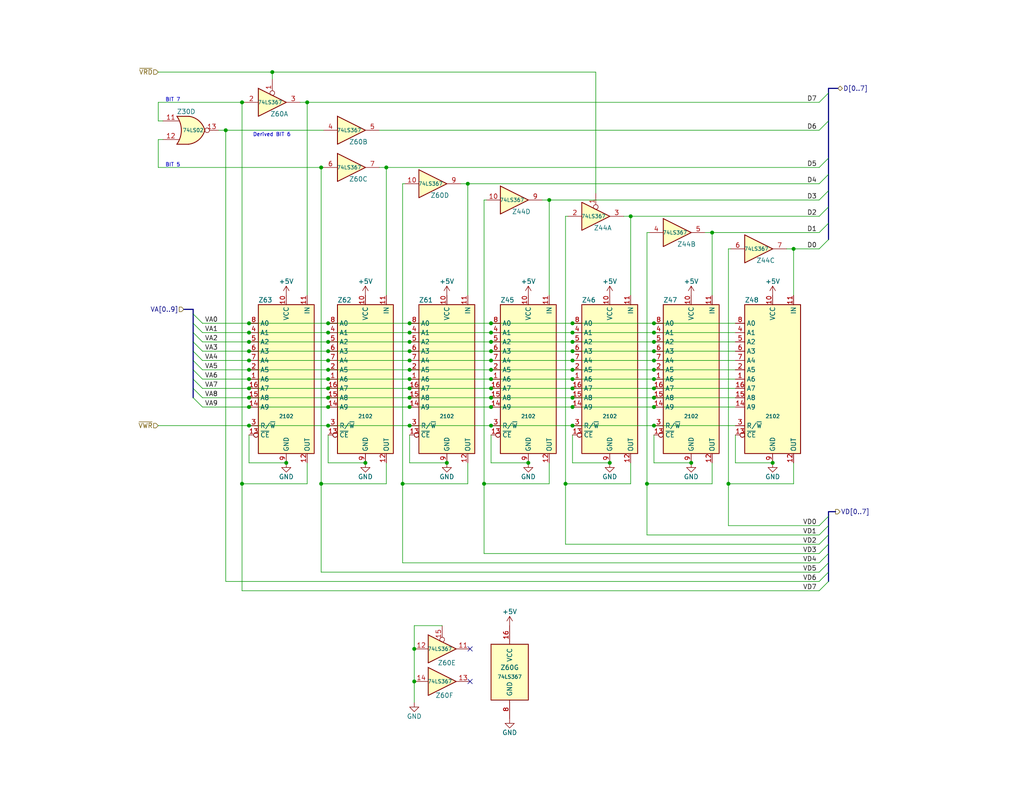
<source format=kicad_sch>
(kicad_sch (version 20230121) (generator eeschema)
  (paper "USLetter")
  (title_block (title "TRS-80 Model I") (date "2023-10-24") (rev "G") (company "RetroStack - Marcel Erz") (comment 2 "Video RAM circuit with data-bus gating & bit-6 recovery") (comment 4 "Video RAM & Gating"))
  (lib_symbols
    (symbol "2102_1"
      (property "Reference" "U" (at 0 0 0))
      (property "Value" "2102" (at 0 0 0))
      (property "Footprint" "Package_DIP:DIP-16_W7.62mm" (at 0 0 0))
      (symbol "2102_1_1_1"
        (rectangle (start -7.62 -4.445) (end 7.62 -45.085) (stroke (width 0.254)) (fill (type background)))
        (pin input line (at -10.16 -24.765 0) (length 2.54) (name "A6") (number "1"))
        (pin power_in line (at 0 -1.905 270) (length 2.54) (name "VCC") (number "10"))
        (pin input line (at 5.715 -1.905 270) (length 2.54) (name "IN") (number "11"))
        (pin tri_state line (at 5.715 -47.625 90) (length 2.54) (name "OUT") (number "12"))
        (pin input inverted (at -10.16 -40.005 0) (length 2.54) (name "~{CE}") (number "13"))
        (pin input line (at -10.16 -32.385 0) (length 2.54) (name "A9") (number "14"))
        (pin input line (at -10.16 -29.845 0) (length 2.54) (name "A8") (number "15"))
        (pin input line (at -10.16 -27.305 0) (length 2.54) (name "A7") (number "16"))
        (pin input line (at -10.16 -22.225 0) (length 2.54) (name "A5") (number "2"))
        (pin input line (at -10.16 -37.465 0) (length 2.54) (name "R/~{W}") (number "3"))
        (pin input line (at -10.16 -12.065 0) (length 2.54) (name "A1") (number "4"))
        (pin input line (at -10.16 -14.605 0) (length 2.54) (name "A2") (number "5"))
        (pin input line (at -10.16 -17.145 0) (length 2.54) (name "A3") (number "6"))
        (pin input line (at -10.16 -19.685 0) (length 2.54) (name "A4") (number "7"))
        (pin input line (at -10.16 -9.525 0) (length 2.54) (name "A0") (number "8"))
        (pin power_in line (at 0 -47.625 90) (length 2.54) (name "GND") (number "9"))
      )
    )
    (symbol "2102_2"
      (property "Reference" "U" (at 0 0 0))
      (property "Value" "2102" (at 0 0 0))
      (property "Footprint" "Package_DIP:DIP-16_W7.62mm" (at 0 0 0))
      (symbol "2102_2_1_1"
        (rectangle (start -7.62 -4.445) (end 7.62 -45.085) (stroke (width 0.254)) (fill (type background)))
        (pin input line (at -10.16 -24.765 0) (length 2.54) (name "A6") (number "1"))
        (pin power_in line (at 0 -1.905 270) (length 2.54) (name "VCC") (number "10"))
        (pin input line (at 5.715 -1.905 270) (length 2.54) (name "IN") (number "11"))
        (pin tri_state line (at 5.715 -47.625 90) (length 2.54) (name "OUT") (number "12"))
        (pin input inverted (at -10.16 -40.005 0) (length 2.54) (name "~{CE}") (number "13"))
        (pin input line (at -10.16 -32.385 0) (length 2.54) (name "A9") (number "14"))
        (pin input line (at -10.16 -29.845 0) (length 2.54) (name "A8") (number "15"))
        (pin input line (at -10.16 -27.305 0) (length 2.54) (name "A7") (number "16"))
        (pin input line (at -10.16 -22.225 0) (length 2.54) (name "A5") (number "2"))
        (pin input line (at -10.16 -37.465 0) (length 2.54) (name "R/~{W}") (number "3"))
        (pin input line (at -10.16 -12.065 0) (length 2.54) (name "A1") (number "4"))
        (pin input line (at -10.16 -14.605 0) (length 2.54) (name "A2") (number "5"))
        (pin input line (at -10.16 -17.145 0) (length 2.54) (name "A3") (number "6"))
        (pin input line (at -10.16 -19.685 0) (length 2.54) (name "A4") (number "7"))
        (pin input line (at -10.16 -9.525 0) (length 2.54) (name "A0") (number "8"))
        (pin power_in line (at 0 -47.625 90) (length 2.54) (name "GND") (number "9"))
      )
    )
    (symbol "2102_3"
      (property "Reference" "U" (at 0 0 0))
      (property "Value" "2102" (at 0 0 0))
      (property "Footprint" "Package_DIP:DIP-16_W7.62mm" (at 0 0 0))
      (symbol "2102_3_1_1"
        (rectangle (start -7.62 -4.445) (end 7.62 -45.085) (stroke (width 0.254)) (fill (type background)))
        (pin input line (at -10.16 -24.765 0) (length 2.54) (name "A6") (number "1"))
        (pin power_in line (at 0 -1.905 270) (length 2.54) (name "VCC") (number "10"))
        (pin input line (at 5.715 -1.905 270) (length 2.54) (name "IN") (number "11"))
        (pin tri_state line (at 5.715 -47.625 90) (length 2.54) (name "OUT") (number "12"))
        (pin input inverted (at -10.16 -40.005 0) (length 2.54) (name "~{CE}") (number "13"))
        (pin input line (at -10.16 -32.385 0) (length 2.54) (name "A9") (number "14"))
        (pin input line (at -10.16 -29.845 0) (length 2.54) (name "A8") (number "15"))
        (pin input line (at -10.16 -27.305 0) (length 2.54) (name "A7") (number "16"))
        (pin input line (at -10.16 -22.225 0) (length 2.54) (name "A5") (number "2"))
        (pin input line (at -10.16 -37.465 0) (length 2.54) (name "R/~{W}") (number "3"))
        (pin input line (at -10.16 -12.065 0) (length 2.54) (name "A1") (number "4"))
        (pin input line (at -10.16 -14.605 0) (length 2.54) (name "A2") (number "5"))
        (pin input line (at -10.16 -17.145 0) (length 2.54) (name "A3") (number "6"))
        (pin input line (at -10.16 -19.685 0) (length 2.54) (name "A4") (number "7"))
        (pin input line (at -10.16 -9.525 0) (length 2.54) (name "A0") (number "8"))
        (pin power_in line (at 0 -47.625 90) (length 2.54) (name "GND") (number "9"))
      )
    )
    (symbol "2102_4"
      (property "Reference" "U" (at 0 0 0))
      (property "Value" "2102" (at 0 0 0))
      (property "Footprint" "Package_DIP:DIP-16_W7.62mm" (at 0 0 0))
      (symbol "2102_4_1_1"
        (rectangle (start -7.62 -4.445) (end 7.62 -45.085) (stroke (width 0.254)) (fill (type background)))
        (pin input line (at -10.16 -24.765 0) (length 2.54) (name "A6") (number "1"))
        (pin power_in line (at 0 -1.905 270) (length 2.54) (name "VCC") (number "10"))
        (pin input line (at 5.715 -1.905 270) (length 2.54) (name "IN") (number "11"))
        (pin tri_state line (at 5.715 -47.625 90) (length 2.54) (name "OUT") (number "12"))
        (pin input inverted (at -10.16 -40.005 0) (length 2.54) (name "~{CE}") (number "13"))
        (pin input line (at -10.16 -32.385 0) (length 2.54) (name "A9") (number "14"))
        (pin input line (at -10.16 -29.845 0) (length 2.54) (name "A8") (number "15"))
        (pin input line (at -10.16 -27.305 0) (length 2.54) (name "A7") (number "16"))
        (pin input line (at -10.16 -22.225 0) (length 2.54) (name "A5") (number "2"))
        (pin input line (at -10.16 -37.465 0) (length 2.54) (name "R/~{W}") (number "3"))
        (pin input line (at -10.16 -12.065 0) (length 2.54) (name "A1") (number "4"))
        (pin input line (at -10.16 -14.605 0) (length 2.54) (name "A2") (number "5"))
        (pin input line (at -10.16 -17.145 0) (length 2.54) (name "A3") (number "6"))
        (pin input line (at -10.16 -19.685 0) (length 2.54) (name "A4") (number "7"))
        (pin input line (at -10.16 -9.525 0) (length 2.54) (name "A0") (number "8"))
        (pin power_in line (at 0 -47.625 90) (length 2.54) (name "GND") (number "9"))
      )
    )
    (symbol "2102_5"
      (property "Reference" "U" (at 0 0 0))
      (property "Value" "2102" (at 0 0 0))
      (property "Footprint" "Package_DIP:DIP-16_W7.62mm" (at 0 0 0))
      (symbol "2102_5_1_1"
        (rectangle (start -7.62 -4.445) (end 7.62 -45.085) (stroke (width 0.254)) (fill (type background)))
        (pin input line (at -10.16 -24.765 0) (length 2.54) (name "A6") (number "1"))
        (pin power_in line (at 0 -1.905 270) (length 2.54) (name "VCC") (number "10"))
        (pin input line (at 5.715 -1.905 270) (length 2.54) (name "IN") (number "11"))
        (pin tri_state line (at 5.715 -47.625 90) (length 2.54) (name "OUT") (number "12"))
        (pin input inverted (at -10.16 -40.005 0) (length 2.54) (name "~{CE}") (number "13"))
        (pin input line (at -10.16 -32.385 0) (length 2.54) (name "A9") (number "14"))
        (pin input line (at -10.16 -29.845 0) (length 2.54) (name "A8") (number "15"))
        (pin input line (at -10.16 -27.305 0) (length 2.54) (name "A7") (number "16"))
        (pin input line (at -10.16 -22.225 0) (length 2.54) (name "A5") (number "2"))
        (pin input line (at -10.16 -37.465 0) (length 2.54) (name "R/~{W}") (number "3"))
        (pin input line (at -10.16 -12.065 0) (length 2.54) (name "A1") (number "4"))
        (pin input line (at -10.16 -14.605 0) (length 2.54) (name "A2") (number "5"))
        (pin input line (at -10.16 -17.145 0) (length 2.54) (name "A3") (number "6"))
        (pin input line (at -10.16 -19.685 0) (length 2.54) (name "A4") (number "7"))
        (pin input line (at -10.16 -9.525 0) (length 2.54) (name "A0") (number "8"))
        (pin power_in line (at 0 -47.625 90) (length 2.54) (name "GND") (number "9"))
      )
    )
    (symbol "2102_6"
      (property "Reference" "U" (at 0 0 0))
      (property "Value" "2102" (at 0 0 0))
      (property "Footprint" "Package_DIP:DIP-16_W7.62mm" (at 0 0 0))
      (symbol "2102_6_1_1"
        (rectangle (start -7.62 -4.445) (end 7.62 -45.085) (stroke (width 0.254)) (fill (type background)))
        (pin input line (at -10.16 -24.765 0) (length 2.54) (name "A6") (number "1"))
        (pin power_in line (at 0 -1.905 270) (length 2.54) (name "VCC") (number "10"))
        (pin input line (at 5.715 -1.905 270) (length 2.54) (name "IN") (number "11"))
        (pin tri_state line (at 5.715 -47.625 90) (length 2.54) (name "OUT") (number "12"))
        (pin input inverted (at -10.16 -40.005 0) (length 2.54) (name "~{CE}") (number "13"))
        (pin input line (at -10.16 -32.385 0) (length 2.54) (name "A9") (number "14"))
        (pin input line (at -10.16 -29.845 0) (length 2.54) (name "A8") (number "15"))
        (pin input line (at -10.16 -27.305 0) (length 2.54) (name "A7") (number "16"))
        (pin input line (at -10.16 -22.225 0) (length 2.54) (name "A5") (number "2"))
        (pin input line (at -10.16 -37.465 0) (length 2.54) (name "R/~{W}") (number "3"))
        (pin input line (at -10.16 -12.065 0) (length 2.54) (name "A1") (number "4"))
        (pin input line (at -10.16 -14.605 0) (length 2.54) (name "A2") (number "5"))
        (pin input line (at -10.16 -17.145 0) (length 2.54) (name "A3") (number "6"))
        (pin input line (at -10.16 -19.685 0) (length 2.54) (name "A4") (number "7"))
        (pin input line (at -10.16 -9.525 0) (length 2.54) (name "A0") (number "8"))
        (pin power_in line (at 0 -47.625 90) (length 2.54) (name "GND") (number "9"))
      )
    )
    (symbol "74xx:74LS02" (pin_names (offset 1.016))
      (property "Reference" "U" (at 0 1.27 0))
      (property "Value" "74LS02" (at 0 -1.27 0))
      (symbol "74LS02_1_1"
        (arc (start -3.81 -3.81) (mid -2.589 0) (end -3.81 3.81) (stroke (width 0.254)))
        (arc (start -0.6096 -3.81) (mid 2.1842 -2.5851) (end 3.81 0) (stroke (width 0.254)) (fill (type background)))
        (polyline (pts (xy -3.81 -3.81) (xy -0.635 -3.81)) (stroke (width 0.254)) (fill (type background)))
        (polyline (pts (xy -3.81 3.81) (xy -0.635 3.81)) (stroke (width 0.254)) (fill (type background)))
        (polyline (pts (xy -0.635 3.81) (xy -3.81 3.81) (xy -3.81 3.81) (xy -3.556 3.4036) (xy -3.0226 2.2606) (xy -2.6924 1.0414) (xy -2.6162 -0.254) (xy -2.7686 -1.4986) (xy -3.175 -2.7178) (xy -3.81 -3.81) (xy -3.81 -3.81) (xy -0.635 -3.81)) (stroke (width -25.4)) (fill (type background)))
        (arc (start 3.81 0) (mid 2.1915 2.5936) (end -0.6096 3.81) (stroke (width 0.254)) (fill (type background)))
        (pin output inverted (at 7.62 0 180) (length 3.81) (name "~") (number "1"))
        (pin input line (at -7.62 2.54 0) (length 4.318) (name "~") (number "2"))
        (pin input line (at -7.62 -2.54 0) (length 4.318) (name "~") (number "3"))
      )
      (symbol "74LS02_1_2"
        (arc (start 0 -3.81) (mid 3.7934 0) (end 0 3.81) (stroke (width 0.254)) (fill (type background)))
        (polyline (pts (xy 0 3.81) (xy -3.81 3.81) (xy -3.81 -3.81) (xy 0 -3.81)) (stroke (width 0.254)) (fill (type background)))
        (pin output line (at 7.62 0 180) (length 3.81) (name "~") (number "1"))
        (pin input inverted (at -7.62 2.54 0) (length 3.81) (name "~") (number "2"))
        (pin input inverted (at -7.62 -2.54 0) (length 3.81) (name "~") (number "3"))
      )
      (symbol "74LS02_2_1"
        (arc (start -3.81 -3.81) (mid -2.589 0) (end -3.81 3.81) (stroke (width 0.254)))
        (arc (start -0.6096 -3.81) (mid 2.1842 -2.5851) (end 3.81 0) (stroke (width 0.254)) (fill (type background)))
        (polyline (pts (xy -3.81 -3.81) (xy -0.635 -3.81)) (stroke (width 0.254)) (fill (type background)))
        (polyline (pts (xy -3.81 3.81) (xy -0.635 3.81)) (stroke (width 0.254)) (fill (type background)))
        (polyline (pts (xy -0.635 3.81) (xy -3.81 3.81) (xy -3.81 3.81) (xy -3.556 3.4036) (xy -3.0226 2.2606) (xy -2.6924 1.0414) (xy -2.6162 -0.254) (xy -2.7686 -1.4986) (xy -3.175 -2.7178) (xy -3.81 -3.81) (xy -3.81 -3.81) (xy -0.635 -3.81)) (stroke (width -25.4)) (fill (type background)))
        (arc (start 3.81 0) (mid 2.1915 2.5936) (end -0.6096 3.81) (stroke (width 0.254)) (fill (type background)))
        (pin output inverted (at 7.62 0 180) (length 3.81) (name "~") (number "4"))
        (pin input line (at -7.62 2.54 0) (length 4.318) (name "~") (number "5"))
        (pin input line (at -7.62 -2.54 0) (length 4.318) (name "~") (number "6"))
      )
      (symbol "74LS02_2_2"
        (arc (start 0 -3.81) (mid 3.7934 0) (end 0 3.81) (stroke (width 0.254)) (fill (type background)))
        (polyline (pts (xy 0 3.81) (xy -3.81 3.81) (xy -3.81 -3.81) (xy 0 -3.81)) (stroke (width 0.254)) (fill (type background)))
        (pin output line (at 7.62 0 180) (length 3.81) (name "~") (number "4"))
        (pin input inverted (at -7.62 2.54 0) (length 3.81) (name "~") (number "5"))
        (pin input inverted (at -7.62 -2.54 0) (length 3.81) (name "~") (number "6"))
      )
      (symbol "74LS02_3_1"
        (arc (start -3.81 -3.81) (mid -2.589 0) (end -3.81 3.81) (stroke (width 0.254)))
        (arc (start -0.6096 -3.81) (mid 2.1842 -2.5851) (end 3.81 0) (stroke (width 0.254)) (fill (type background)))
        (polyline (pts (xy -3.81 -3.81) (xy -0.635 -3.81)) (stroke (width 0.254)) (fill (type background)))
        (polyline (pts (xy -3.81 3.81) (xy -0.635 3.81)) (stroke (width 0.254)) (fill (type background)))
        (polyline (pts (xy -0.635 3.81) (xy -3.81 3.81) (xy -3.81 3.81) (xy -3.556 3.4036) (xy -3.0226 2.2606) (xy -2.6924 1.0414) (xy -2.6162 -0.254) (xy -2.7686 -1.4986) (xy -3.175 -2.7178) (xy -3.81 -3.81) (xy -3.81 -3.81) (xy -0.635 -3.81)) (stroke (width -25.4)) (fill (type background)))
        (arc (start 3.81 0) (mid 2.1915 2.5936) (end -0.6096 3.81) (stroke (width 0.254)) (fill (type background)))
        (pin output inverted (at 7.62 0 180) (length 3.81) (name "~") (number "10"))
        (pin input line (at -7.62 2.54 0) (length 4.318) (name "~") (number "8"))
        (pin input line (at -7.62 -2.54 0) (length 4.318) (name "~") (number "9"))
      )
      (symbol "74LS02_3_2"
        (arc (start 0 -3.81) (mid 3.7934 0) (end 0 3.81) (stroke (width 0.254)) (fill (type background)))
        (polyline (pts (xy 0 3.81) (xy -3.81 3.81) (xy -3.81 -3.81) (xy 0 -3.81)) (stroke (width 0.254)) (fill (type background)))
        (pin output line (at 7.62 0 180) (length 3.81) (name "~") (number "10"))
        (pin input inverted (at -7.62 2.54 0) (length 3.81) (name "~") (number "8"))
        (pin input inverted (at -7.62 -2.54 0) (length 3.81) (name "~") (number "9"))
      )
      (symbol "74LS02_4_1"
        (arc (start -3.81 -3.81) (mid -2.589 0) (end -3.81 3.81) (stroke (width 0.254)))
        (arc (start -0.6096 -3.81) (mid 2.1842 -2.5851) (end 3.81 0) (stroke (width 0.254)) (fill (type background)))
        (polyline (pts (xy -3.81 -3.81) (xy -0.635 -3.81)) (stroke (width 0.254)) (fill (type background)))
        (polyline (pts (xy -3.81 3.81) (xy -0.635 3.81)) (stroke (width 0.254)) (fill (type background)))
        (polyline (pts (xy -0.635 3.81) (xy -3.81 3.81) (xy -3.81 3.81) (xy -3.556 3.4036) (xy -3.0226 2.2606) (xy -2.6924 1.0414) (xy -2.6162 -0.254) (xy -2.7686 -1.4986) (xy -3.175 -2.7178) (xy -3.81 -3.81) (xy -3.81 -3.81) (xy -0.635 -3.81)) (stroke (width -25.4)) (fill (type background)))
        (arc (start 3.81 0) (mid 2.1915 2.5936) (end -0.6096 3.81) (stroke (width 0.254)) (fill (type background)))
        (pin input line (at -7.62 2.54 0) (length 4.318) (name "~") (number "11"))
        (pin input line (at -7.62 -2.54 0) (length 4.318) (name "~") (number "12"))
        (pin output inverted (at 7.62 0 180) (length 3.81) (name "~") (number "13"))
      )
      (symbol "74LS02_4_2"
        (arc (start 0 -3.81) (mid 3.7934 0) (end 0 3.81) (stroke (width 0.254)) (fill (type background)))
        (polyline (pts (xy 0 3.81) (xy -3.81 3.81) (xy -3.81 -3.81) (xy 0 -3.81)) (stroke (width 0.254)) (fill (type background)))
        (pin input inverted (at -7.62 2.54 0) (length 3.81) (name "~") (number "11"))
        (pin input inverted (at -7.62 -2.54 0) (length 3.81) (name "~") (number "12"))
        (pin output line (at 7.62 0 180) (length 3.81) (name "~") (number "13"))
      )
      (symbol "74LS02_5_0"
        (pin power_in line (at 0 12.7 270) (length 5.08) (name "VCC") (number "14"))
        (pin power_in line (at 0 -12.7 90) (length 5.08) (name "GND") (number "7"))
      )
      (symbol "74LS02_5_1"
        (rectangle (start -5.08 7.62) (end 5.08 -7.62) (stroke (width 0.254)) (fill (type background)))
      )
    )
    (symbol "RetroStackLibrary:2102"
      (property "Reference" "U" (at 0 0 0))
      (property "Value" "2102" (at 0 0 0))
      (property "Footprint" "Package_DIP:DIP-16_W7.62mm" (at 0 0 0))
      (symbol "2102_1_1"
        (rectangle (start -7.62 -4.445) (end 7.62 -45.085) (stroke (width 0.254)) (fill (type background)))
        (pin input line (at -10.16 -24.765 0) (length 2.54) (name "A6") (number "1"))
        (pin power_in line (at 0 -1.905 270) (length 2.54) (name "VCC") (number "10"))
        (pin input line (at 5.715 -1.905 270) (length 2.54) (name "IN") (number "11"))
        (pin tri_state line (at 5.715 -47.625 90) (length 2.54) (name "OUT") (number "12"))
        (pin input inverted (at -10.16 -40.005 0) (length 2.54) (name "~{CE}") (number "13"))
        (pin input line (at -10.16 -32.385 0) (length 2.54) (name "A9") (number "14"))
        (pin input line (at -10.16 -29.845 0) (length 2.54) (name "A8") (number "15"))
        (pin input line (at -10.16 -27.305 0) (length 2.54) (name "A7") (number "16"))
        (pin input line (at -10.16 -22.225 0) (length 2.54) (name "A5") (number "2"))
        (pin input line (at -10.16 -37.465 0) (length 2.54) (name "R/~{W}") (number "3"))
        (pin input line (at -10.16 -12.065 0) (length 2.54) (name "A1") (number "4"))
        (pin input line (at -10.16 -14.605 0) (length 2.54) (name "A2") (number "5"))
        (pin input line (at -10.16 -17.145 0) (length 2.54) (name "A3") (number "6"))
        (pin input line (at -10.16 -19.685 0) (length 2.54) (name "A4") (number "7"))
        (pin input line (at -10.16 -9.525 0) (length 2.54) (name "A0") (number "8"))
        (pin power_in line (at 0 -47.625 90) (length 2.54) (name "GND") (number "9"))
      )
    )
    (symbol "RetroStackLibrary:74LS367_Split" (pin_names (offset 1.016))
      (property "Reference" "U" (at 0 1.27 0))
      (property "Value" "74LS367" (at 0 -1.27 0))
      (symbol "74LS367_Split_1_0"
        (polyline (pts (xy -3.81 3.81) (xy -3.81 -3.81) (xy 3.81 0) (xy -3.81 3.81)) (stroke (width 0.254)) (fill (type background)))
        (pin input inverted (at 0 6.35 270) (length 4.445) (name "~") (number "1"))
        (pin input line (at -7.62 0 0) (length 3.81) (name "~") (number "2"))
        (pin tri_state line (at 7.62 0 180) (length 3.81) (name "~") (number "3"))
      )
      (symbol "74LS367_Split_2_0"
        (polyline (pts (xy -3.81 3.81) (xy -3.81 -3.81) (xy 3.81 0) (xy -3.81 3.81)) (stroke (width 0.254)) (fill (type background)))
        (pin input line (at -7.62 0 0) (length 3.81) (name "~") (number "4"))
        (pin tri_state line (at 7.62 0 180) (length 3.81) (name "~") (number "5"))
      )
      (symbol "74LS367_Split_3_0"
        (polyline (pts (xy -3.81 3.81) (xy -3.81 -3.81) (xy 3.81 0) (xy -3.81 3.81)) (stroke (width 0.254)) (fill (type background)))
        (pin input line (at -7.62 0 0) (length 3.81) (name "~") (number "6"))
        (pin tri_state line (at 7.62 0 180) (length 3.81) (name "~") (number "7"))
      )
      (symbol "74LS367_Split_4_0"
        (polyline (pts (xy -3.81 3.81) (xy -3.81 -3.81) (xy 3.81 0) (xy -3.81 3.81)) (stroke (width 0.254)) (fill (type background)))
        (pin input line (at -7.62 0 0) (length 3.81) (name "~") (number "10"))
        (pin tri_state line (at 7.62 0 180) (length 3.81) (name "~") (number "9"))
      )
      (symbol "74LS367_Split_5_0"
        (polyline (pts (xy -3.175 -2.54) (xy -3.175 -10.16) (xy 4.445 -6.35) (xy -3.175 -2.54)) (stroke (width 0.254)) (fill (type background)))
        (pin tri_state line (at 8.255 -6.35 180) (length 3.81) (name "~") (number "11"))
        (pin input line (at -6.985 -6.35 0) (length 3.81) (name "~") (number "12"))
        (pin input inverted (at 0.635 0 270) (length 4.445) (name "~") (number "15"))
      )
      (symbol "74LS367_Split_6_0"
        (polyline (pts (xy -3.81 3.81) (xy -3.81 -3.81) (xy 3.81 0) (xy -3.81 3.81)) (stroke (width 0.254)) (fill (type background)))
        (pin tri_state line (at 7.62 0 180) (length 3.81) (name "~") (number "13"))
        (pin input line (at -7.62 0 0) (length 3.81) (name "~") (number "14"))
      )
      (symbol "74LS367_Split_7_0"
        (pin power_in line (at 0 1.905 270) (length 5.08) (name "VCC") (number "16"))
        (pin power_in line (at 0 -23.495 90) (length 5.08) (name "GND") (number "8"))
      )
      (symbol "74LS367_Split_7_1"
        (rectangle (start -5.08 -3.175) (end 5.08 -18.415) (stroke (width 0.254)) (fill (type background)))
      )
    )
    (symbol "power:+5V" (power) (pin_names (offset 0))
      (property "Value" "+5V" (at 0 3.556 0))
      (symbol "+5V_0_1"
        (polyline (pts (xy -0.762 1.27) (xy 0 2.54)))
        (polyline (pts (xy 0 0) (xy 0 2.54)))
        (polyline (pts (xy 0 2.54) (xy 0.762 1.27)))
      )
      (symbol "+5V_1_1"
        (pin power_in line (at 0 0 90) (length 0) hide (name "+5V") (number "1"))
      )
    )
    (symbol "power:GND" (power) (pin_names (offset 0))
      (property "Value" "GND" (at 0 -3.81 0))
      (symbol "GND_0_1"
        (polyline (pts (xy 0 0) (xy 0 -1.27) (xy 1.27 -1.27) (xy 0 -2.54) (xy -1.27 -1.27) (xy 0 -1.27)))
      )
      (symbol "GND_1_1"
        (pin power_in line (at 0 0 270) (length 0) hide (name "GND") (number "1"))
      )
    )
  )
  (junction (at 156.21 116.205))
  (junction (at 111.76 93.345))
  (junction (at 133.985 98.425))
  (junction (at 216.535 67.945))
  (junction (at 89.535 93.345))
  (junction (at 156.21 88.265))
  (junction (at 121.92 126.365))
  (junction (at 132.08 132.08))
  (junction (at 156.21 90.805))
  (junction (at 67.945 103.505))
  (junction (at 89.535 106.045))
  (junction (at 78.105 126.365))
  (junction (at 67.945 88.265))
  (junction (at 111.76 100.965))
  (junction (at 133.985 106.045))
  (junction (at 149.86 54.61))
  (junction (at 89.535 103.505))
  (junction (at 99.695 126.365))
  (junction (at 156.21 95.885))
  (junction (at 87.63 45.72))
  (junction (at 178.435 93.345))
  (junction (at 111.76 103.505))
  (junction (at 109.855 132.08))
  (junction (at 188.595 126.365))
  (junction (at 67.945 106.045))
  (junction (at 67.945 108.585))
  (junction (at 89.535 98.425))
  (junction (at 83.82 27.94))
  (junction (at 178.435 116.205))
  (junction (at 210.82 126.365))
  (junction (at 156.21 108.585))
  (junction (at 89.535 88.265))
  (junction (at 133.985 108.585))
  (junction (at 105.41 45.72))
  (junction (at 133.985 95.885))
  (junction (at 89.535 100.965))
  (junction (at 89.535 108.585))
  (junction (at 176.53 132.08))
  (junction (at 154.305 132.08))
  (junction (at 89.535 116.205))
  (junction (at 178.435 95.885))
  (junction (at 178.435 98.425))
  (junction (at 178.435 103.505))
  (junction (at 144.145 126.365))
  (junction (at 111.76 90.805))
  (junction (at 111.76 108.585))
  (junction (at 66.04 132.08))
  (junction (at 111.76 116.205))
  (junction (at 133.985 116.205))
  (junction (at 89.535 95.885))
  (junction (at 113.03 177.165))
  (junction (at 61.595 35.56))
  (junction (at 133.985 93.345))
  (junction (at 133.985 100.965))
  (junction (at 156.21 111.125))
  (junction (at 89.535 111.125))
  (junction (at 111.76 111.125))
  (junction (at 74.295 19.685))
  (junction (at 156.21 103.505))
  (junction (at 89.535 90.805))
  (junction (at 113.03 186.055))
  (junction (at 67.945 93.345))
  (junction (at 133.985 88.265))
  (junction (at 67.945 100.965))
  (junction (at 127.635 50.165))
  (junction (at 156.21 106.045))
  (junction (at 111.76 95.885))
  (junction (at 133.985 111.125))
  (junction (at 67.945 98.425))
  (junction (at 156.21 98.425))
  (junction (at 178.435 111.125))
  (junction (at 156.21 100.965))
  (junction (at 67.945 111.125))
  (junction (at 111.76 88.265))
  (junction (at 67.945 90.805))
  (junction (at 67.945 95.885))
  (junction (at 178.435 108.585))
  (junction (at 156.21 93.345))
  (junction (at 198.755 132.08))
  (junction (at 178.435 100.965))
  (junction (at 194.31 63.5))
  (junction (at 67.945 116.205))
  (junction (at 87.63 132.08))
  (junction (at 111.76 106.045))
  (junction (at 178.435 90.805))
  (junction (at 178.435 106.045))
  (junction (at 133.985 90.805))
  (junction (at 133.985 103.505))
  (junction (at 172.085 59.055))
  (junction (at 66.04 27.94))
  (junction (at 166.37 126.365))
  (junction (at 111.76 98.425))
  (junction (at 178.435 88.265))
  (no_connect (at 128.27 186.055))
  (no_connect (at 128.27 177.165))
  (bus_entry (at 223.52 156.21) (size 2.54 -2.54))
  (bus_entry (at 55.245 95.885) (size -2.54 -2.54))
  (bus_entry (at 55.245 93.345) (size -2.54 -2.54))
  (bus_entry (at 55.245 103.505) (size -2.54 -2.54))
  (bus_entry (at 223.52 158.75) (size 2.54 -2.54))
  (bus_entry (at 55.245 90.805) (size -2.54 -2.54))
  (bus_entry (at 55.245 98.425) (size -2.54 -2.54))
  (bus_entry (at 223.52 67.945) (size 2.54 -2.54))
  (bus_entry (at 223.52 54.61) (size 2.54 -2.54))
  (bus_entry (at 55.245 88.265) (size -2.54 -2.54))
  (bus_entry (at 223.52 50.165) (size 2.54 -2.54))
  (bus_entry (at 223.52 153.67) (size 2.54 -2.54))
  (bus_entry (at 223.52 59.055) (size 2.54 -2.54))
  (bus_entry (at 223.52 148.59) (size 2.54 -2.54))
  (bus_entry (at 55.245 111.125) (size -2.54 -2.54))
  (bus_entry (at 223.52 143.51) (size 2.54 -2.54))
  (bus_entry (at 223.52 35.56) (size 2.54 -2.54))
  (bus_entry (at 223.52 151.13) (size 2.54 -2.54))
  (bus_entry (at 223.52 161.29) (size 2.54 -2.54))
  (bus_entry (at 223.52 63.5) (size 2.54 -2.54))
  (bus_entry (at 55.245 106.045) (size -2.54 -2.54))
  (bus_entry (at 223.52 146.05) (size 2.54 -2.54))
  (bus_entry (at 223.52 45.72) (size 2.54 -2.54))
  (bus_entry (at 223.52 27.94) (size 2.54 -2.54))
  (bus_entry (at 55.245 100.965) (size -2.54 -2.54))
  (bus_entry (at 55.245 108.585) (size -2.54 -2.54))
  (wire (pts (xy 67.945 95.885) (xy 89.535 95.885)))
  (wire (pts (xy 156.21 100.965) (xy 178.435 100.965)))
  (wire (pts (xy 198.755 67.945) (xy 199.39 67.945)))
  (wire (pts (xy 178.435 106.045) (xy 200.66 106.045)))
  (wire (pts (xy 44.45 33.02) (xy 43.18 33.02)))
  (wire (pts (xy 43.18 27.94) (xy 66.04 27.94)))
  (wire (pts (xy 67.945 116.205) (xy 89.535 116.205)))
  (wire (pts (xy 66.04 161.29) (xy 223.52 161.29)))
  (wire (pts (xy 133.985 126.365) (xy 144.145 126.365)))
  (wire (pts (xy 133.985 116.205) (xy 156.21 116.205)))
  (wire (pts (xy 113.03 177.165) (xy 113.03 186.055)))
  (wire (pts (xy 178.435 100.965) (xy 200.66 100.965)))
  (wire (pts (xy 200.66 126.365) (xy 210.82 126.365)))
  (wire (pts (xy 113.03 170.815) (xy 113.03 177.165)))
  (wire (pts (xy 178.435 116.205) (xy 200.66 116.205)))
  (wire (pts (xy 149.86 54.61) (xy 223.52 54.61)))
  (wire (pts (xy 127.635 50.165) (xy 223.52 50.165)))
  (wire (pts (xy 127.635 132.08) (xy 109.855 132.08)))
  (bus (pts (xy 226.06 143.51) (xy 226.06 140.97)))
  (wire (pts (xy 109.855 153.67) (xy 223.52 153.67)))
  (wire (pts (xy 87.63 156.21) (xy 223.52 156.21)))
  (wire (pts (xy 132.08 132.08) (xy 132.08 151.13)))
  (bus (pts (xy 226.06 139.7) (xy 227.965 139.7)))
  (wire (pts (xy 43.18 19.685) (xy 74.295 19.685)))
  (wire (pts (xy 176.53 63.5) (xy 176.53 132.08)))
  (wire (pts (xy 83.82 27.94) (xy 223.52 27.94)))
  (wire (pts (xy 156.21 111.125) (xy 178.435 111.125)))
  (wire (pts (xy 172.085 59.055) (xy 223.52 59.055)))
  (wire (pts (xy 214.63 67.945) (xy 216.535 67.945)))
  (wire (pts (xy 105.41 132.08) (xy 87.63 132.08)))
  (wire (pts (xy 132.08 54.61) (xy 132.08 132.08)))
  (bus (pts (xy 226.06 47.625) (xy 226.06 43.18)))
  (wire (pts (xy 111.76 95.885) (xy 133.985 95.885)))
  (wire (pts (xy 176.53 146.05) (xy 223.52 146.05)))
  (wire (pts (xy 194.31 132.08) (xy 176.53 132.08)))
  (wire (pts (xy 55.245 106.045) (xy 67.945 106.045)))
  (wire (pts (xy 192.405 63.5) (xy 194.31 63.5)))
  (wire (pts (xy 149.86 54.61) (xy 149.86 80.645)))
  (wire (pts (xy 132.08 54.61) (xy 132.715 54.61)))
  (wire (pts (xy 67.945 108.585) (xy 89.535 108.585)))
  (wire (pts (xy 61.595 35.56) (xy 61.595 158.75)))
  (wire (pts (xy 67.945 93.345) (xy 89.535 93.345)))
  (wire (pts (xy 43.18 38.1) (xy 43.18 45.72)))
  (wire (pts (xy 133.985 118.745) (xy 133.985 126.365)))
  (wire (pts (xy 89.535 90.805) (xy 111.76 90.805)))
  (wire (pts (xy 43.18 116.205) (xy 67.945 116.205)))
  (wire (pts (xy 156.21 95.885) (xy 178.435 95.885)))
  (wire (pts (xy 156.21 116.205) (xy 178.435 116.205)))
  (wire (pts (xy 156.21 88.265) (xy 178.435 88.265)))
  (wire (pts (xy 109.855 132.08) (xy 109.855 153.67)))
  (bus (pts (xy 52.705 93.345) (xy 52.705 90.805)))
  (wire (pts (xy 89.535 88.265) (xy 111.76 88.265)))
  (bus (pts (xy 226.06 24.13) (xy 228.6 24.13)))
  (wire (pts (xy 55.245 103.505) (xy 67.945 103.505)))
  (wire (pts (xy 111.76 103.505) (xy 133.985 103.505)))
  (wire (pts (xy 172.085 59.055) (xy 172.085 80.645)))
  (wire (pts (xy 178.435 90.805) (xy 200.66 90.805)))
  (wire (pts (xy 133.985 90.805) (xy 156.21 90.805)))
  (wire (pts (xy 103.505 45.72) (xy 105.41 45.72)))
  (wire (pts (xy 111.76 98.425) (xy 133.985 98.425)))
  (wire (pts (xy 111.76 100.965) (xy 133.985 100.965)))
  (wire (pts (xy 55.245 95.885) (xy 67.945 95.885)))
  (wire (pts (xy 105.41 45.72) (xy 223.52 45.72)))
  (wire (pts (xy 109.855 50.165) (xy 109.855 132.08)))
  (wire (pts (xy 74.295 21.59) (xy 74.295 19.685)))
  (wire (pts (xy 55.245 98.425) (xy 67.945 98.425)))
  (bus (pts (xy 50.165 84.455) (xy 52.705 84.455)))
  (wire (pts (xy 89.535 98.425) (xy 111.76 98.425)))
  (wire (pts (xy 111.76 90.805) (xy 133.985 90.805)))
  (wire (pts (xy 89.535 100.965) (xy 111.76 100.965)))
  (wire (pts (xy 55.245 111.125) (xy 67.945 111.125)))
  (wire (pts (xy 156.21 93.345) (xy 178.435 93.345)))
  (wire (pts (xy 156.21 90.805) (xy 178.435 90.805)))
  (bus (pts (xy 226.06 143.51) (xy 226.06 146.05)))
  (wire (pts (xy 55.245 100.965) (xy 67.945 100.965)))
  (bus (pts (xy 52.705 100.965) (xy 52.705 98.425)))
  (wire (pts (xy 111.76 93.345) (xy 133.985 93.345)))
  (wire (pts (xy 156.21 106.045) (xy 178.435 106.045)))
  (wire (pts (xy 170.18 59.055) (xy 172.085 59.055)))
  (wire (pts (xy 87.63 45.72) (xy 87.63 132.08)))
  (wire (pts (xy 120.65 170.815) (xy 113.03 170.815)))
  (wire (pts (xy 43.18 33.02) (xy 43.18 27.94)))
  (wire (pts (xy 162.56 19.685) (xy 74.295 19.685)))
  (wire (pts (xy 67.945 88.265) (xy 89.535 88.265)))
  (wire (pts (xy 133.985 108.585) (xy 156.21 108.585)))
  (wire (pts (xy 89.535 116.205) (xy 111.76 116.205)))
  (wire (pts (xy 198.755 67.945) (xy 198.755 132.08)))
  (wire (pts (xy 67.945 103.505) (xy 89.535 103.505)))
  (wire (pts (xy 132.08 151.13) (xy 223.52 151.13)))
  (wire (pts (xy 103.505 35.56) (xy 223.52 35.56)))
  (wire (pts (xy 89.535 103.505) (xy 111.76 103.505)))
  (wire (pts (xy 89.535 95.885) (xy 111.76 95.885)))
  (wire (pts (xy 67.945 111.125) (xy 89.535 111.125)))
  (wire (pts (xy 133.985 88.265) (xy 156.21 88.265)))
  (wire (pts (xy 89.535 126.365) (xy 99.695 126.365)))
  (wire (pts (xy 83.82 132.08) (xy 66.04 132.08)))
  (bus (pts (xy 226.06 151.13) (xy 226.06 148.59)))
  (wire (pts (xy 109.855 50.165) (xy 110.49 50.165)))
  (wire (pts (xy 111.76 126.365) (xy 121.92 126.365)))
  (wire (pts (xy 127.635 50.165) (xy 127.635 80.645)))
  (wire (pts (xy 178.435 98.425) (xy 200.66 98.425)))
  (bus (pts (xy 52.705 88.265) (xy 52.705 85.725)))
  (wire (pts (xy 178.435 111.125) (xy 200.66 111.125)))
  (wire (pts (xy 55.245 93.345) (xy 67.945 93.345)))
  (wire (pts (xy 149.86 126.365) (xy 149.86 132.08)))
  (wire (pts (xy 44.45 38.1) (xy 43.18 38.1)))
  (wire (pts (xy 156.21 108.585) (xy 178.435 108.585)))
  (wire (pts (xy 67.945 100.965) (xy 89.535 100.965)))
  (wire (pts (xy 87.63 132.08) (xy 87.63 156.21)))
  (wire (pts (xy 176.53 63.5) (xy 177.165 63.5)))
  (bus (pts (xy 52.705 95.885) (xy 52.705 93.345)))
  (bus (pts (xy 226.06 158.75) (xy 226.06 156.21)))
  (wire (pts (xy 147.955 54.61) (xy 149.86 54.61)))
  (bus (pts (xy 226.06 56.515) (xy 226.06 52.07)))
  (wire (pts (xy 194.31 63.5) (xy 194.31 80.645)))
  (wire (pts (xy 111.76 106.045) (xy 133.985 106.045)))
  (wire (pts (xy 105.41 126.365) (xy 105.41 132.08)))
  (bus (pts (xy 226.06 153.67) (xy 226.06 151.13)))
  (wire (pts (xy 61.595 158.75) (xy 223.52 158.75)))
  (bus (pts (xy 226.06 43.18) (xy 226.06 33.02)))
  (wire (pts (xy 111.76 118.745) (xy 111.76 126.365)))
  (wire (pts (xy 66.04 132.08) (xy 66.04 161.29)))
  (wire (pts (xy 67.945 98.425) (xy 89.535 98.425)))
  (wire (pts (xy 111.76 111.125) (xy 133.985 111.125)))
  (wire (pts (xy 67.945 118.745) (xy 67.945 126.365)))
  (wire (pts (xy 67.945 90.805) (xy 89.535 90.805)))
  (wire (pts (xy 87.63 45.72) (xy 88.265 45.72)))
  (wire (pts (xy 89.535 108.585) (xy 111.76 108.585)))
  (wire (pts (xy 111.76 108.585) (xy 133.985 108.585)))
  (wire (pts (xy 89.535 111.125) (xy 111.76 111.125)))
  (wire (pts (xy 127.635 126.365) (xy 127.635 132.08)))
  (bus (pts (xy 52.705 108.585) (xy 52.705 106.045)))
  (wire (pts (xy 198.755 143.51) (xy 223.52 143.51)))
  (wire (pts (xy 198.755 132.08) (xy 198.755 143.51)))
  (wire (pts (xy 55.245 88.265) (xy 67.945 88.265)))
  (bus (pts (xy 226.06 52.07) (xy 226.06 47.625)))
  (wire (pts (xy 67.945 126.365) (xy 78.105 126.365)))
  (wire (pts (xy 156.21 98.425) (xy 178.435 98.425)))
  (wire (pts (xy 154.305 148.59) (xy 223.52 148.59)))
  (bus (pts (xy 226.06 156.21) (xy 226.06 153.67)))
  (wire (pts (xy 178.435 95.885) (xy 200.66 95.885)))
  (wire (pts (xy 172.085 126.365) (xy 172.085 132.08)))
  (wire (pts (xy 61.595 35.56) (xy 88.265 35.56)))
  (bus (pts (xy 52.705 90.805) (xy 52.705 88.265)))
  (bus (pts (xy 52.705 106.045) (xy 52.705 103.505)))
  (wire (pts (xy 194.31 63.5) (xy 223.52 63.5)))
  (wire (pts (xy 59.69 35.56) (xy 61.595 35.56)))
  (wire (pts (xy 133.985 103.505) (xy 156.21 103.505)))
  (wire (pts (xy 89.535 106.045) (xy 111.76 106.045)))
  (wire (pts (xy 156.21 103.505) (xy 178.435 103.505)))
  (wire (pts (xy 67.945 106.045) (xy 89.535 106.045)))
  (wire (pts (xy 149.86 132.08) (xy 132.08 132.08)))
  (wire (pts (xy 111.76 88.265) (xy 133.985 88.265)))
  (wire (pts (xy 178.435 108.585) (xy 200.66 108.585)))
  (wire (pts (xy 178.435 118.745) (xy 178.435 126.365)))
  (wire (pts (xy 133.985 100.965) (xy 156.21 100.965)))
  (wire (pts (xy 178.435 103.505) (xy 200.66 103.505)))
  (wire (pts (xy 89.535 118.745) (xy 89.535 126.365)))
  (wire (pts (xy 89.535 93.345) (xy 111.76 93.345)))
  (wire (pts (xy 216.535 126.365) (xy 216.535 132.08)))
  (wire (pts (xy 125.73 50.165) (xy 127.635 50.165)))
  (wire (pts (xy 154.305 132.08) (xy 154.305 148.59)))
  (wire (pts (xy 216.535 67.945) (xy 216.535 80.645)))
  (wire (pts (xy 111.76 116.205) (xy 133.985 116.205)))
  (bus (pts (xy 226.06 25.4) (xy 226.06 24.13)))
  (wire (pts (xy 66.04 27.94) (xy 66.675 27.94)))
  (wire (pts (xy 216.535 67.945) (xy 223.52 67.945)))
  (wire (pts (xy 133.985 111.125) (xy 156.21 111.125)))
  (wire (pts (xy 178.435 88.265) (xy 200.66 88.265)))
  (wire (pts (xy 172.085 132.08) (xy 154.305 132.08)))
  (wire (pts (xy 156.21 126.365) (xy 166.37 126.365)))
  (bus (pts (xy 226.06 65.405) (xy 226.06 60.96)))
  (wire (pts (xy 162.56 52.705) (xy 162.56 19.685)))
  (wire (pts (xy 178.435 126.365) (xy 188.595 126.365)))
  (wire (pts (xy 43.18 45.72) (xy 87.63 45.72)))
  (wire (pts (xy 154.305 59.055) (xy 154.305 132.08)))
  (wire (pts (xy 83.82 126.365) (xy 83.82 132.08)))
  (wire (pts (xy 55.245 90.805) (xy 67.945 90.805)))
  (bus (pts (xy 226.06 33.02) (xy 226.06 25.4)))
  (wire (pts (xy 133.985 93.345) (xy 156.21 93.345)))
  (wire (pts (xy 133.985 98.425) (xy 156.21 98.425)))
  (bus (pts (xy 52.705 103.505) (xy 52.705 100.965)))
  (wire (pts (xy 154.305 59.055) (xy 154.94 59.055)))
  (wire (pts (xy 200.66 118.745) (xy 200.66 126.365)))
  (wire (pts (xy 178.435 93.345) (xy 200.66 93.345)))
  (wire (pts (xy 105.41 45.72) (xy 105.41 80.645)))
  (bus (pts (xy 226.06 60.96) (xy 226.06 56.515)))
  (wire (pts (xy 176.53 132.08) (xy 176.53 146.05)))
  (wire (pts (xy 216.535 132.08) (xy 198.755 132.08)))
  (wire (pts (xy 66.04 27.94) (xy 66.04 132.08)))
  (bus (pts (xy 226.06 148.59) (xy 226.06 146.05)))
  (wire (pts (xy 83.82 27.94) (xy 83.82 80.645)))
  (wire (pts (xy 194.31 126.365) (xy 194.31 132.08)))
  (wire (pts (xy 133.985 106.045) (xy 156.21 106.045)))
  (bus (pts (xy 52.705 98.425) (xy 52.705 95.885)))
  (wire (pts (xy 113.03 186.055) (xy 113.03 191.77)))
  (wire (pts (xy 55.245 108.585) (xy 67.945 108.585)))
  (wire (pts (xy 81.915 27.94) (xy 83.82 27.94)))
  (bus (pts (xy 226.06 139.7) (xy 226.06 140.97)))
  (wire (pts (xy 156.21 118.745) (xy 156.21 126.365)))
  (bus (pts (xy 52.705 85.725) (xy 52.705 84.455)))
  (wire (pts (xy 133.985 95.885) (xy 156.21 95.885)))
  (text "Derived BIT 6" (at 79.375 37.465 0) (effects (font (size 1 1)) (justify right bottom)))
  (text "BIT 5" (at 45.085 45.72 0) (effects (font (size 1 1)) (justify left bottom)))
  (text "BIT 7" (at 45.085 27.94 0) (effects (font (size 1 1)) (justify left bottom)))
  (label "D1" (at 222.885 63.5 180))
  (label "VA2" (at 55.88 93.345 0))
  (label "D2" (at 222.885 59.055 180))
  (label "VA5" (at 55.88 100.965 0))
  (label "D3" (at 222.885 54.61 180))
  (label "D0" (at 222.885 67.945 180))
  (label "VA9" (at 55.88 111.125 0))
  (label "D5" (at 222.885 45.72 180))
  (label "VA4" (at 55.88 98.425 0))
  (label "VA1" (at 55.88 90.805 0))
  (label "VD5" (at 219.075 156.21 0))
  (label "D4" (at 222.885 50.165 180))
  (label "VD0" (at 219.075 143.51 0))
  (label "VD1" (at 219.075 146.05 0))
  (label "VA7" (at 55.88 106.045 0))
  (label "D6" (at 222.885 35.56 180))
  (label "VA3" (at 55.88 95.885 0))
  (label "VD2" (at 219.075 148.59 0))
  (label "VD3" (at 219.075 151.13 0))
  (label "VD4" (at 219.075 153.67 0))
  (label "VA6" (at 55.88 103.505 0))
  (label "D7" (at 222.885 27.94 180))
  (label "VA8" (at 55.88 108.585 0))
  (label "VA0" (at 55.88 88.265 0))
  (label "VD6" (at 219.075 158.75 0))
  (label "VD7" (at 219.075 161.29 0))
  (hierarchical_label "~{VWR}" (shape input) (at 43.18 116.205 180))
  (hierarchical_label "D[0..7]" (shape bidirectional) (at 228.6 24.13 0))
  (hierarchical_label "VA[0..9]" (shape input) (at 50.165 84.455 180))
  (hierarchical_label "~{VRD}" (shape input) (at 43.18 19.685 180))
  (hierarchical_label "VD[0..7]" (shape output) (at 227.965 139.7 0))
  (symbol (lib_id "74xx:74LS02") (at 52.07 35.56 0) (unit 4)
    (property "Reference" "Z30" (at 50.8 30.48 0))
    (property "Value" "74LS02" (at 52.705 35.56 0) (effects (font (size 1 1))))
    (property "Footprint" "RetroStackLibrary:TRS80_Model_I_DIP14" (effects hide))
    (property "Datasheet" "http://www.ti.com/lit/gpn/sn74ls02" (effects hide))
  )
  (symbol (lib_id "RetroStackLibrary:74LS367_Split") (at 120.65 186.055 0) (unit 6)
    (property "Reference" "Z60" (at 121.285 189.865 0))
    (property "Value" "74LS367" (at 120.015 186.055 0) (effects (font (size 1 1))))
    (property "Footprint" "RetroStackLibrary:TRS80_Model_I_DIP16" (effects hide))
    (property "Datasheet" "https://www.ti.com/lit/ds/symlink/sn74ls367a.pdf" (effects hide))
  )
  (symbol (lib_id "RetroStackLibrary:74LS367_Split") (at 120.015 170.815 0) (unit 5)
    (property "Reference" "Z60" (at 121.92 180.975 0))
    (property "Value" "74LS367" (at 120.015 177.165 0) (effects (font (size 1 1))))
    (property "Footprint" "RetroStackLibrary:TRS80_Model_I_DIP16" (effects hide))
    (property "Datasheet" "https://www.ti.com/lit/ds/symlink/sn74ls367a.pdf" (effects hide))
  )
  (symbol (lib_id "power:+5V") (at 166.37 80.645 0) (unit 1)
    (property "Reference" "#PWR015" (effects hide))
    (property "Value" "+5V" (at 166.37 76.835 0))
    (instances (project "TRS80_Model_I_G" (path "" (reference "#PWR015") (unit 1)) (path "" (reference "#PWR025") (unit 1))))
  )
  (symbol (lib_id "RetroStackLibrary:74LS367_Split") (at 140.335 54.61 0) (unit 4)
    (property "Reference" "Z44" (at 142.24 57.785 0))
    (property "Value" "74LS367" (at 139.7 54.61 0) (effects (font (size 1 1))))
    (property "Footprint" "RetroStackLibrary:TRS80_Model_I_DIP16" (effects hide))
    (property "Datasheet" "https://www.ti.com/lit/ds/symlink/sn74ls367a.pdf" (effects hide))
  )
  (symbol (lib_id "power:GND") (at 210.82 126.365 0) (unit 1)
    (property "Reference" "#PWR014" (effects hide))
    (property "Value" "GND" (at 210.82 130.175 0))
    (instances (project "TRS80_Model_I_G" (path "" (reference "#PWR014") (unit 1)) (path "" (reference "#PWR039") (unit 1))))
  )
  (symbol (lib_id "power:GND") (at 113.03 191.77 0) (unit 1)
    (property "Reference" "#PWR014" (effects hide))
    (property "Value" "GND" (at 113.03 195.58 0))
    (instances (project "TRS80_Model_I_G" (path "" (reference "#PWR014") (unit 1)) (path "" (reference "#PWR0205") (unit 1))))
  )
  (symbol (lib_id "RetroStackLibrary:2102") (at 210.82 78.74 0) (unit 1)
    (property "Reference" "Z48" (at 203.2 81.915 0) (effects (justify left)))
    (property "Value" "2102" (at 210.82 113.665 0) (effects (font (size 1 1))))
    (property "Footprint" "RetroStackLibrary:TRS80_Model_I_DIP16" (effects hide))
    (property "Datasheet" "https://www.nteinc.com/specs/2100to2199/pdf/nte2102.pdf" (effects hide))
  )
  (symbol (lib_id "power:GND") (at 166.37 126.365 0) (unit 1)
    (property "Reference" "#PWR014" (effects hide))
    (property "Value" "GND" (at 166.37 130.175 0))
    (instances (project "TRS80_Model_I_G" (path "" (reference "#PWR014") (unit 1)) (path "" (reference "#PWR026") (unit 1))))
  )
  (symbol (lib_id "RetroStackLibrary:74LS367_Split") (at 162.56 59.055 0) (unit 1)
    (property "Reference" "Z44" (at 164.465 62.23 0))
    (property "Value" "74LS367" (at 161.925 59.055 0) (effects (font (size 1 1))))
    (property "Footprint" "RetroStackLibrary:TRS80_Model_I_DIP16" (effects hide))
    (property "Datasheet" "https://www.ti.com/lit/ds/symlink/sn74ls367a.pdf" (effects hide))
  )
  (symbol (lib_name "2102_1") (lib_id "RetroStackLibrary:2102") (at 78.105 78.74 0) (unit 1)
    (property "Reference" "Z63" (at 70.485 81.915 0) (effects (justify left)))
    (property "Value" "2102" (at 78.105 113.665 0) (effects (font (size 1 1))))
    (property "Footprint" "RetroStackLibrary:TRS80_Model_I_DIP16" (effects hide))
    (property "Datasheet" "https://www.nteinc.com/specs/2100to2199/pdf/nte2102.pdf" (effects hide))
  )
  (symbol (lib_id "RetroStackLibrary:74LS367_Split") (at 139.065 172.72 0) (unit 7)
    (property "Reference" "Z60" (at 139.065 182.245 0))
    (property "Value" "74LS367" (at 139.065 184.785 0) (effects (font (size 1 1))))
    (property "Footprint" "RetroStackLibrary:TRS80_Model_I_DIP16" (effects hide))
    (property "Datasheet" "https://www.ti.com/lit/ds/symlink/sn74ls367a.pdf" (effects hide))
  )
  (symbol (lib_id "RetroStackLibrary:74LS367_Split") (at 118.11 50.165 0) (unit 4)
    (property "Reference" "Z60" (at 120.015 53.34 0))
    (property "Value" "74LS367" (at 117.475 50.165 0) (effects (font (size 1 1))))
    (property "Footprint" "RetroStackLibrary:TRS80_Model_I_DIP16" (effects hide))
    (property "Datasheet" "https://www.ti.com/lit/ds/symlink/sn74ls367a.pdf" (effects hide))
  )
  (symbol (lib_id "power:+5V") (at 121.92 80.645 0) (unit 1)
    (property "Reference" "#PWR015" (effects hide))
    (property "Value" "+5V" (at 121.92 76.835 0))
    (instances (project "TRS80_Model_I_G" (path "" (reference "#PWR015") (unit 1)) (path "" (reference "#PWR021") (unit 1))))
  )
  (symbol (lib_id "RetroStackLibrary:74LS367_Split") (at 207.01 67.945 0) (unit 3)
    (property "Reference" "Z44" (at 208.915 71.12 0))
    (property "Value" "74LS367" (at 206.375 67.945 0) (effects (font (size 1 1))))
    (property "Footprint" "RetroStackLibrary:TRS80_Model_I_DIP16" (effects hide))
    (property "Datasheet" "https://www.ti.com/lit/ds/symlink/sn74ls367a.pdf" (effects hide))
  )
  (symbol (lib_id "power:+5V") (at 78.105 80.645 0) (unit 1)
    (property "Reference" "#PWR015" (effects hide))
    (property "Value" "+5V" (at 78.105 76.835 0))
    (instances (project "TRS80_Model_I_G" (path "" (reference "#PWR015") (unit 1)) (path "" (reference "#PWR01") (unit 1))))
  )
  (symbol (lib_id "RetroStackLibrary:74LS367_Split") (at 95.885 45.72 0) (unit 3)
    (property "Reference" "Z60" (at 97.79 48.895 0))
    (property "Value" "74LS367" (at 95.25 45.72 0) (effects (font (size 1 1))))
    (property "Footprint" "RetroStackLibrary:TRS80_Model_I_DIP16" (effects hide))
    (property "Datasheet" "https://www.ti.com/lit/ds/symlink/sn74ls367a.pdf" (effects hide))
  )
  (symbol (lib_id "power:GND") (at 99.695 126.365 0) (unit 1)
    (property "Reference" "#PWR014" (effects hide))
    (property "Value" "GND" (at 99.695 130.175 0))
    (instances (project "TRS80_Model_I_G" (path "" (reference "#PWR014") (unit 1)) (path "" (reference "#PWR04") (unit 1))))
  )
  (symbol (lib_id "power:+5V") (at 188.595 80.645 0) (unit 1)
    (property "Reference" "#PWR015" (effects hide))
    (property "Value" "+5V" (at 188.595 76.835 0))
    (instances (project "TRS80_Model_I_G" (path "" (reference "#PWR015") (unit 1)) (path "" (reference "#PWR027") (unit 1))))
  )
  (symbol (lib_id "RetroStackLibrary:74LS367_Split") (at 95.885 35.56 0) (unit 2)
    (property "Reference" "Z60" (at 97.79 38.735 0))
    (property "Value" "74LS367" (at 95.25 35.56 0) (effects (font (size 1 1))))
    (property "Footprint" "RetroStackLibrary:TRS80_Model_I_DIP16" (effects hide))
    (property "Datasheet" "https://www.ti.com/lit/ds/symlink/sn74ls367a.pdf" (effects hide))
  )
  (symbol (lib_name "2102_3") (lib_id "RetroStackLibrary:2102") (at 121.92 78.74 0) (unit 1)
    (property "Reference" "Z61" (at 114.3 81.915 0) (effects (justify left)))
    (property "Value" "2102" (at 121.92 113.665 0) (effects (font (size 1 1))))
    (property "Footprint" "RetroStackLibrary:TRS80_Model_I_DIP16" (effects hide))
    (property "Datasheet" "https://www.nteinc.com/specs/2100to2199/pdf/nte2102.pdf" (effects hide))
  )
  (symbol (lib_id "power:GND") (at 121.92 126.365 0) (unit 1)
    (property "Reference" "#PWR014" (effects hide))
    (property "Value" "GND" (at 121.92 130.175 0))
    (instances (project "TRS80_Model_I_G" (path "" (reference "#PWR014") (unit 1)) (path "" (reference "#PWR022") (unit 1))))
  )
  (symbol (lib_id "power:+5V") (at 210.82 80.645 0) (unit 1)
    (property "Reference" "#PWR015" (effects hide))
    (property "Value" "+5V" (at 210.82 76.835 0))
    (instances (project "TRS80_Model_I_G" (path "" (reference "#PWR015") (unit 1)) (path "" (reference "#PWR029") (unit 1))))
  )
  (symbol (lib_id "RetroStackLibrary:74LS367_Split") (at 74.295 27.94 0) (unit 1)
    (property "Reference" "Z60" (at 76.2 31.115 0))
    (property "Value" "74LS367" (at 73.66 27.94 0) (effects (font (size 1 1))))
    (property "Footprint" "RetroStackLibrary:TRS80_Model_I_DIP16" (effects hide))
    (property "Datasheet" "https://www.ti.com/lit/ds/symlink/sn74ls367a.pdf" (effects hide))
  )
  (symbol (lib_id "power:GND") (at 139.065 196.215 0) (unit 1)
    (property "Reference" "#PWR014" (effects hide))
    (property "Value" "GND" (at 139.065 200.025 0))
    (instances (project "TRS80_Model_I_G" (path "" (reference "#PWR014") (unit 1)) (path "" (reference "#PWR0198") (unit 1))))
  )
  (symbol (lib_id "power:GND") (at 188.595 126.365 0) (unit 1)
    (property "Reference" "#PWR014" (effects hide))
    (property "Value" "GND" (at 188.595 130.175 0))
    (instances (project "TRS80_Model_I_G" (path "" (reference "#PWR014") (unit 1)) (path "" (reference "#PWR028") (unit 1))))
  )
  (symbol (lib_name "2102_2") (lib_id "RetroStackLibrary:2102") (at 99.695 78.74 0) (unit 1)
    (property "Reference" "Z62" (at 92.075 81.915 0) (effects (justify left)))
    (property "Value" "2102" (at 99.695 113.665 0) (effects (font (size 1 1))))
    (property "Footprint" "RetroStackLibrary:TRS80_Model_I_DIP16" (effects hide))
    (property "Datasheet" "https://www.nteinc.com/specs/2100to2199/pdf/nte2102.pdf" (effects hide))
  )
  (symbol (lib_name "2102_4") (lib_id "RetroStackLibrary:2102") (at 144.145 78.74 0) (unit 1)
    (property "Reference" "Z45" (at 136.525 81.915 0) (effects (justify left)))
    (property "Value" "2102" (at 144.145 113.665 0) (effects (font (size 1 1))))
    (property "Footprint" "RetroStackLibrary:TRS80_Model_I_DIP16" (effects hide))
    (property "Datasheet" "https://www.nteinc.com/specs/2100to2199/pdf/nte2102.pdf" (effects hide))
  )
  (symbol (lib_id "power:+5V") (at 139.065 170.815 0) (unit 1)
    (property "Reference" "#PWR015" (effects hide))
    (property "Value" "+5V" (at 139.065 167.005 0))
    (instances (project "TRS80_Model_I_G" (path "" (reference "#PWR015") (unit 1)) (path "" (reference "#PWR0197") (unit 1))))
  )
  (symbol (lib_name "2102_5") (lib_id "RetroStackLibrary:2102") (at 166.37 78.74 0) (unit 1)
    (property "Reference" "Z46" (at 158.75 81.915 0) (effects (justify left)))
    (property "Value" "2102" (at 166.37 113.665 0) (effects (font (size 1 1))))
    (property "Footprint" "RetroStackLibrary:TRS80_Model_I_DIP16" (effects hide))
    (property "Datasheet" "https://www.nteinc.com/specs/2100to2199/pdf/nte2102.pdf" (effects hide))
  )
  (symbol (lib_id "power:+5V") (at 99.695 80.645 0) (unit 1)
    (property "Reference" "#PWR015" (effects hide))
    (property "Value" "+5V" (at 99.695 76.835 0))
    (instances (project "TRS80_Model_I_G" (path "" (reference "#PWR015") (unit 1)) (path "" (reference "#PWR03") (unit 1))))
  )
  (symbol (lib_id "power:+5V") (at 144.145 80.645 0) (unit 1)
    (property "Reference" "#PWR015" (effects hide))
    (property "Value" "+5V" (at 144.145 76.835 0))
    (instances (project "TRS80_Model_I_G" (path "" (reference "#PWR015") (unit 1)) (path "" (reference "#PWR023") (unit 1))))
  )
  (symbol (lib_id "power:GND") (at 144.145 126.365 0) (unit 1)
    (property "Reference" "#PWR014" (effects hide))
    (property "Value" "GND" (at 144.145 130.175 0))
    (instances (project "TRS80_Model_I_G" (path "" (reference "#PWR014") (unit 1)) (path "" (reference "#PWR024") (unit 1))))
  )
  (symbol (lib_id "RetroStackLibrary:74LS367_Split") (at 184.785 63.5 0) (unit 2)
    (property "Reference" "Z44" (at 187.325 66.675 0))
    (property "Value" "74LS367" (at 184.15 63.5 0) (effects (font (size 1 1))))
    (property "Footprint" "RetroStackLibrary:TRS80_Model_I_DIP16" (effects hide))
    (property "Datasheet" "https://www.ti.com/lit/ds/symlink/sn74ls367a.pdf" (effects hide))
  )
  (symbol (lib_id "power:GND") (at 78.105 126.365 0) (unit 1)
    (property "Reference" "#PWR014" (effects hide))
    (property "Value" "GND" (at 78.105 130.175 0))
    (instances (project "TRS80_Model_I_G" (path "" (reference "#PWR014") (unit 1)) (path "" (reference "#PWR02") (unit 1))))
  )
  (symbol (lib_name "2102_6") (lib_id "RetroStackLibrary:2102") (at 188.595 78.74 0) (unit 1)
    (property "Reference" "Z47" (at 180.975 81.915 0) (effects (justify left)))
    (property "Value" "2102" (at 188.595 113.665 0) (effects (font (size 1 1))))
    (property "Footprint" "RetroStackLibrary:TRS80_Model_I_DIP16" (effects hide))
    (property "Datasheet" "https://www.nteinc.com/specs/2100to2199/pdf/nte2102.pdf" (effects hide))
  )
)
</source>
